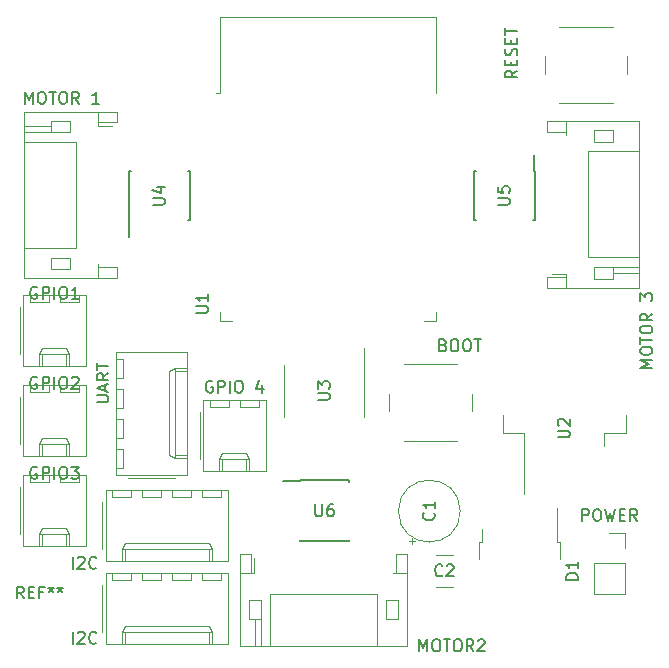
<source format=gbr>
%TF.GenerationSoftware,KiCad,Pcbnew,5.1.9+dfsg1-1*%
%TF.CreationDate,2021-08-08T23:21:56+02:00*%
%TF.ProjectId,holobot_esp32,686f6c6f-626f-4745-9f65-737033322e6b,rev?*%
%TF.SameCoordinates,Original*%
%TF.FileFunction,Legend,Top*%
%TF.FilePolarity,Positive*%
%FSLAX46Y46*%
G04 Gerber Fmt 4.6, Leading zero omitted, Abs format (unit mm)*
G04 Created by KiCad (PCBNEW 5.1.9+dfsg1-1) date 2021-08-08 23:21:56*
%MOMM*%
%LPD*%
G01*
G04 APERTURE LIST*
%ADD10C,0.120000*%
%ADD11C,0.150000*%
G04 APERTURE END LIST*
D10*
%TO.C,D1*%
X127630000Y-115640000D02*
X127630000Y-114540000D01*
X127360000Y-115640000D02*
X127630000Y-115640000D01*
X127360000Y-117140000D02*
X127360000Y-115640000D01*
X133990000Y-115640000D02*
X133990000Y-112810000D01*
X134260000Y-115640000D02*
X133990000Y-115640000D01*
X134260000Y-117140000D02*
X134260000Y-115640000D01*
%TO.C,I2C*%
X95775000Y-118255000D02*
X95775000Y-124275000D01*
X95775000Y-124275000D02*
X106155000Y-124275000D01*
X106155000Y-124275000D02*
X106155000Y-118255000D01*
X106155000Y-118255000D02*
X95775000Y-118255000D01*
X95485000Y-119285000D02*
X95485000Y-123285000D01*
X97155000Y-124275000D02*
X97155000Y-123275000D01*
X97155000Y-123275000D02*
X104775000Y-123275000D01*
X104775000Y-123275000D02*
X104775000Y-124275000D01*
X97155000Y-123275000D02*
X97405000Y-122745000D01*
X97405000Y-122745000D02*
X104525000Y-122745000D01*
X104525000Y-122745000D02*
X104775000Y-123275000D01*
X97405000Y-124275000D02*
X97405000Y-123275000D01*
X104525000Y-124275000D02*
X104525000Y-123275000D01*
X96355000Y-118255000D02*
X96355000Y-118855000D01*
X96355000Y-118855000D02*
X97955000Y-118855000D01*
X97955000Y-118855000D02*
X97955000Y-118255000D01*
X98895000Y-118255000D02*
X98895000Y-118855000D01*
X98895000Y-118855000D02*
X100495000Y-118855000D01*
X100495000Y-118855000D02*
X100495000Y-118255000D01*
X101435000Y-118255000D02*
X101435000Y-118855000D01*
X101435000Y-118855000D02*
X103035000Y-118855000D01*
X103035000Y-118855000D02*
X103035000Y-118255000D01*
X103975000Y-118255000D02*
X103975000Y-118855000D01*
X103975000Y-118855000D02*
X105575000Y-118855000D01*
X105575000Y-118855000D02*
X105575000Y-118255000D01*
X105575000Y-111870000D02*
X105575000Y-111270000D01*
X103975000Y-111870000D02*
X105575000Y-111870000D01*
X103975000Y-111270000D02*
X103975000Y-111870000D01*
X103035000Y-111870000D02*
X103035000Y-111270000D01*
X101435000Y-111870000D02*
X103035000Y-111870000D01*
X101435000Y-111270000D02*
X101435000Y-111870000D01*
X100495000Y-111870000D02*
X100495000Y-111270000D01*
X98895000Y-111870000D02*
X100495000Y-111870000D01*
X98895000Y-111270000D02*
X98895000Y-111870000D01*
X97955000Y-111870000D02*
X97955000Y-111270000D01*
X96355000Y-111870000D02*
X97955000Y-111870000D01*
X96355000Y-111270000D02*
X96355000Y-111870000D01*
X104525000Y-117290000D02*
X104525000Y-116290000D01*
X97405000Y-117290000D02*
X97405000Y-116290000D01*
X104525000Y-115760000D02*
X104775000Y-116290000D01*
X97405000Y-115760000D02*
X104525000Y-115760000D01*
X97155000Y-116290000D02*
X97405000Y-115760000D01*
X104775000Y-116290000D02*
X104775000Y-117290000D01*
X97155000Y-116290000D02*
X104775000Y-116290000D01*
X97155000Y-117290000D02*
X97155000Y-116290000D01*
X95485000Y-112300000D02*
X95485000Y-116300000D01*
X106155000Y-111270000D02*
X95775000Y-111270000D01*
X106155000Y-117290000D02*
X106155000Y-111270000D01*
X95775000Y-117290000D02*
X106155000Y-117290000D01*
X95775000Y-111270000D02*
X95775000Y-117290000D01*
%TO.C,UART*%
X97265000Y-100165000D02*
X96665000Y-100165000D01*
X97265000Y-101765000D02*
X97265000Y-100165000D01*
X96665000Y-101765000D02*
X97265000Y-101765000D01*
X97265000Y-102705000D02*
X96665000Y-102705000D01*
X97265000Y-104305000D02*
X97265000Y-102705000D01*
X96665000Y-104305000D02*
X97265000Y-104305000D01*
X97265000Y-105245000D02*
X96665000Y-105245000D01*
X97265000Y-106845000D02*
X97265000Y-105245000D01*
X96665000Y-106845000D02*
X97265000Y-106845000D01*
X97265000Y-107785000D02*
X96665000Y-107785000D01*
X97265000Y-109385000D02*
X97265000Y-107785000D01*
X96665000Y-109385000D02*
X97265000Y-109385000D01*
X102685000Y-101215000D02*
X101685000Y-101215000D01*
X102685000Y-108335000D02*
X101685000Y-108335000D01*
X101155000Y-101215000D02*
X101685000Y-100965000D01*
X101155000Y-108335000D02*
X101155000Y-101215000D01*
X101685000Y-108585000D02*
X101155000Y-108335000D01*
X101685000Y-100965000D02*
X102685000Y-100965000D01*
X101685000Y-108585000D02*
X101685000Y-100965000D01*
X102685000Y-108585000D02*
X101685000Y-108585000D01*
X97695000Y-110255000D02*
X101695000Y-110255000D01*
X96665000Y-99585000D02*
X96665000Y-109965000D01*
X102685000Y-99585000D02*
X96665000Y-99585000D01*
X102685000Y-109965000D02*
X102685000Y-99585000D01*
X96665000Y-109965000D02*
X102685000Y-109965000D01*
%TO.C,GPIO1*%
X88790000Y-94760000D02*
X88790000Y-100780000D01*
X88790000Y-100780000D02*
X94090000Y-100780000D01*
X94090000Y-100780000D02*
X94090000Y-94760000D01*
X94090000Y-94760000D02*
X88790000Y-94760000D01*
X88500000Y-95790000D02*
X88500000Y-99790000D01*
X90170000Y-100780000D02*
X90170000Y-99780000D01*
X90170000Y-99780000D02*
X92710000Y-99780000D01*
X92710000Y-99780000D02*
X92710000Y-100780000D01*
X90170000Y-99780000D02*
X90420000Y-99250000D01*
X90420000Y-99250000D02*
X92460000Y-99250000D01*
X92460000Y-99250000D02*
X92710000Y-99780000D01*
X90420000Y-100780000D02*
X90420000Y-99780000D01*
X92460000Y-100780000D02*
X92460000Y-99780000D01*
X89370000Y-94760000D02*
X89370000Y-95360000D01*
X89370000Y-95360000D02*
X90970000Y-95360000D01*
X90970000Y-95360000D02*
X90970000Y-94760000D01*
X91910000Y-94760000D02*
X91910000Y-95360000D01*
X91910000Y-95360000D02*
X93510000Y-95360000D01*
X93510000Y-95360000D02*
X93510000Y-94760000D01*
%TO.C,GPIO3*%
X88790000Y-110000000D02*
X88790000Y-116020000D01*
X88790000Y-116020000D02*
X94090000Y-116020000D01*
X94090000Y-116020000D02*
X94090000Y-110000000D01*
X94090000Y-110000000D02*
X88790000Y-110000000D01*
X88500000Y-111030000D02*
X88500000Y-115030000D01*
X90170000Y-116020000D02*
X90170000Y-115020000D01*
X90170000Y-115020000D02*
X92710000Y-115020000D01*
X92710000Y-115020000D02*
X92710000Y-116020000D01*
X90170000Y-115020000D02*
X90420000Y-114490000D01*
X90420000Y-114490000D02*
X92460000Y-114490000D01*
X92460000Y-114490000D02*
X92710000Y-115020000D01*
X90420000Y-116020000D02*
X90420000Y-115020000D01*
X92460000Y-116020000D02*
X92460000Y-115020000D01*
X89370000Y-110000000D02*
X89370000Y-110600000D01*
X89370000Y-110600000D02*
X90970000Y-110600000D01*
X90970000Y-110600000D02*
X90970000Y-110000000D01*
X91910000Y-110000000D02*
X91910000Y-110600000D01*
X91910000Y-110600000D02*
X93510000Y-110600000D01*
X93510000Y-110600000D02*
X93510000Y-110000000D01*
%TO.C,POWER*%
X138430000Y-114875000D02*
X139760000Y-114875000D01*
X139760000Y-114875000D02*
X139760000Y-116205000D01*
X139760000Y-117475000D02*
X139760000Y-120075000D01*
X137100000Y-120075000D02*
X139760000Y-120075000D01*
X137100000Y-117475000D02*
X137100000Y-120075000D01*
X137100000Y-117475000D02*
X139760000Y-117475000D01*
%TO.C,GPIO2*%
X93510000Y-102980000D02*
X93510000Y-102380000D01*
X91910000Y-102980000D02*
X93510000Y-102980000D01*
X91910000Y-102380000D02*
X91910000Y-102980000D01*
X90970000Y-102980000D02*
X90970000Y-102380000D01*
X89370000Y-102980000D02*
X90970000Y-102980000D01*
X89370000Y-102380000D02*
X89370000Y-102980000D01*
X92460000Y-108400000D02*
X92460000Y-107400000D01*
X90420000Y-108400000D02*
X90420000Y-107400000D01*
X92460000Y-106870000D02*
X92710000Y-107400000D01*
X90420000Y-106870000D02*
X92460000Y-106870000D01*
X90170000Y-107400000D02*
X90420000Y-106870000D01*
X92710000Y-107400000D02*
X92710000Y-108400000D01*
X90170000Y-107400000D02*
X92710000Y-107400000D01*
X90170000Y-108400000D02*
X90170000Y-107400000D01*
X88500000Y-103410000D02*
X88500000Y-107410000D01*
X94090000Y-102380000D02*
X88790000Y-102380000D01*
X94090000Y-108400000D02*
X94090000Y-102380000D01*
X88790000Y-108400000D02*
X94090000Y-108400000D01*
X88790000Y-102380000D02*
X88790000Y-108400000D01*
%TO.C,GPIO 4*%
X108750000Y-104250000D02*
X108750000Y-103650000D01*
X107150000Y-104250000D02*
X108750000Y-104250000D01*
X107150000Y-103650000D02*
X107150000Y-104250000D01*
X106210000Y-104250000D02*
X106210000Y-103650000D01*
X104610000Y-104250000D02*
X106210000Y-104250000D01*
X104610000Y-103650000D02*
X104610000Y-104250000D01*
X107700000Y-109670000D02*
X107700000Y-108670000D01*
X105660000Y-109670000D02*
X105660000Y-108670000D01*
X107700000Y-108140000D02*
X107950000Y-108670000D01*
X105660000Y-108140000D02*
X107700000Y-108140000D01*
X105410000Y-108670000D02*
X105660000Y-108140000D01*
X107950000Y-108670000D02*
X107950000Y-109670000D01*
X105410000Y-108670000D02*
X107950000Y-108670000D01*
X105410000Y-109670000D02*
X105410000Y-108670000D01*
X103740000Y-104680000D02*
X103740000Y-108680000D01*
X109330000Y-103650000D02*
X104030000Y-103650000D01*
X109330000Y-109670000D02*
X109330000Y-103650000D01*
X104030000Y-109670000D02*
X109330000Y-109670000D01*
X104030000Y-103650000D02*
X104030000Y-109670000D01*
%TO.C,MOTOR 1*%
X95110000Y-80420000D02*
X96325000Y-80420000D01*
X91150000Y-80480000D02*
X88890000Y-80480000D01*
X91150000Y-80980000D02*
X88890000Y-80980000D01*
X92750000Y-91580000D02*
X92750000Y-92580000D01*
X91150000Y-91580000D02*
X92750000Y-91580000D01*
X91150000Y-92580000D02*
X91150000Y-91580000D01*
X92750000Y-92580000D02*
X91150000Y-92580000D01*
X92750000Y-80980000D02*
X92750000Y-79980000D01*
X91150000Y-80980000D02*
X92750000Y-80980000D01*
X91150000Y-79980000D02*
X91150000Y-80980000D01*
X92750000Y-79980000D02*
X91150000Y-79980000D01*
X95110000Y-93340000D02*
X95110000Y-92420000D01*
X95110000Y-79220000D02*
X95110000Y-80140000D01*
X93250000Y-90780000D02*
X88890000Y-90780000D01*
X93250000Y-81780000D02*
X93250000Y-90780000D01*
X88890000Y-81780000D02*
X93250000Y-81780000D01*
X95110000Y-92420000D02*
X95110000Y-92140000D01*
X96710000Y-92420000D02*
X95110000Y-92420000D01*
X96710000Y-93340000D02*
X96710000Y-92420000D01*
X88890000Y-93340000D02*
X96710000Y-93340000D01*
X88890000Y-79220000D02*
X88890000Y-93340000D01*
X96710000Y-79220000D02*
X88890000Y-79220000D01*
X96710000Y-80140000D02*
X96710000Y-79220000D01*
X95110000Y-80140000D02*
X96710000Y-80140000D01*
X95110000Y-80420000D02*
X95110000Y-80140000D01*
%TO.C,MOTOR 3*%
X134760000Y-92935000D02*
X134760000Y-93215000D01*
X134760000Y-93215000D02*
X133160000Y-93215000D01*
X133160000Y-93215000D02*
X133160000Y-94135000D01*
X133160000Y-94135000D02*
X140980000Y-94135000D01*
X140980000Y-94135000D02*
X140980000Y-80015000D01*
X140980000Y-80015000D02*
X133160000Y-80015000D01*
X133160000Y-80015000D02*
X133160000Y-80935000D01*
X133160000Y-80935000D02*
X134760000Y-80935000D01*
X134760000Y-80935000D02*
X134760000Y-81215000D01*
X140980000Y-91575000D02*
X136620000Y-91575000D01*
X136620000Y-91575000D02*
X136620000Y-82575000D01*
X136620000Y-82575000D02*
X140980000Y-82575000D01*
X134760000Y-94135000D02*
X134760000Y-93215000D01*
X134760000Y-80015000D02*
X134760000Y-80935000D01*
X137120000Y-93375000D02*
X138720000Y-93375000D01*
X138720000Y-93375000D02*
X138720000Y-92375000D01*
X138720000Y-92375000D02*
X137120000Y-92375000D01*
X137120000Y-92375000D02*
X137120000Y-93375000D01*
X137120000Y-80775000D02*
X138720000Y-80775000D01*
X138720000Y-80775000D02*
X138720000Y-81775000D01*
X138720000Y-81775000D02*
X137120000Y-81775000D01*
X137120000Y-81775000D02*
X137120000Y-80775000D01*
X138720000Y-92375000D02*
X140980000Y-92375000D01*
X138720000Y-92875000D02*
X140980000Y-92875000D01*
X134760000Y-92935000D02*
X133545000Y-92935000D01*
%TO.C,MOTOR2*%
X108360000Y-118250000D02*
X108360000Y-117035000D01*
X108420000Y-122210000D02*
X108420000Y-124470000D01*
X108920000Y-122210000D02*
X108920000Y-124470000D01*
X119520000Y-120610000D02*
X120520000Y-120610000D01*
X119520000Y-122210000D02*
X119520000Y-120610000D01*
X120520000Y-122210000D02*
X119520000Y-122210000D01*
X120520000Y-120610000D02*
X120520000Y-122210000D01*
X108920000Y-120610000D02*
X107920000Y-120610000D01*
X108920000Y-122210000D02*
X108920000Y-120610000D01*
X107920000Y-122210000D02*
X108920000Y-122210000D01*
X107920000Y-120610000D02*
X107920000Y-122210000D01*
X121280000Y-118250000D02*
X120360000Y-118250000D01*
X107160000Y-118250000D02*
X108080000Y-118250000D01*
X118720000Y-120110000D02*
X118720000Y-124470000D01*
X109720000Y-120110000D02*
X118720000Y-120110000D01*
X109720000Y-124470000D02*
X109720000Y-120110000D01*
X120360000Y-118250000D02*
X120080000Y-118250000D01*
X120360000Y-116650000D02*
X120360000Y-118250000D01*
X121280000Y-116650000D02*
X120360000Y-116650000D01*
X121280000Y-124470000D02*
X121280000Y-116650000D01*
X107160000Y-124470000D02*
X121280000Y-124470000D01*
X107160000Y-116650000D02*
X107160000Y-124470000D01*
X108080000Y-116650000D02*
X107160000Y-116650000D01*
X108080000Y-118250000D02*
X108080000Y-116650000D01*
X108360000Y-118250000D02*
X108080000Y-118250000D01*
%TO.C,RESET*%
X134200000Y-78525000D02*
X138700000Y-78525000D01*
X132950000Y-74525000D02*
X132950000Y-76025000D01*
X138700000Y-72025000D02*
X134200000Y-72025000D01*
X139950000Y-76025000D02*
X139950000Y-74525000D01*
%TO.C,BOOT*%
X126765000Y-104600000D02*
X126765000Y-103100000D01*
X125515000Y-100600000D02*
X121015000Y-100600000D01*
X119765000Y-103100000D02*
X119765000Y-104600000D01*
X121015000Y-107100000D02*
X125515000Y-107100000D01*
%TO.C,U1*%
X105485001Y-77620001D02*
X105105001Y-77620001D01*
X105485001Y-71200001D02*
X105485001Y-77620001D01*
X123725001Y-71200001D02*
X123725001Y-77620001D01*
X105485001Y-71200001D02*
X123725001Y-71200001D01*
X123725001Y-96945001D02*
X122725001Y-96945001D01*
X123725001Y-96165001D02*
X123725001Y-96945001D01*
X105485001Y-96945001D02*
X106485001Y-96945001D01*
X105485001Y-96165001D02*
X105485001Y-96945001D01*
%TO.C,U2*%
X138010000Y-106455000D02*
X138010000Y-107555000D01*
X139820000Y-106455000D02*
X138010000Y-106455000D01*
X139820000Y-104955000D02*
X139820000Y-106455000D01*
X131230000Y-106455000D02*
X131230000Y-111580000D01*
X129420000Y-106455000D02*
X131230000Y-106455000D01*
X129420000Y-104955000D02*
X129420000Y-106455000D01*
%TO.C,U3*%
X117685000Y-102870000D02*
X117685000Y-99270000D01*
X117685000Y-102870000D02*
X117685000Y-105070000D01*
X110915000Y-102870000D02*
X110915000Y-100670000D01*
X110915000Y-102870000D02*
X110915000Y-105070000D01*
D11*
%TO.C,U4*%
X97805000Y-88435000D02*
X97805000Y-89835000D01*
X102905000Y-88435000D02*
X102905000Y-84285000D01*
X97755000Y-88435000D02*
X97755000Y-84285000D01*
X102905000Y-88435000D02*
X102760000Y-88435000D01*
X102905000Y-84285000D02*
X102760000Y-84285000D01*
X97755000Y-84285000D02*
X97900000Y-84285000D01*
X97755000Y-88435000D02*
X97805000Y-88435000D01*
%TO.C,U5*%
X132115000Y-84285000D02*
X132065000Y-84285000D01*
X132115000Y-88435000D02*
X131970000Y-88435000D01*
X126965000Y-88435000D02*
X127110000Y-88435000D01*
X126965000Y-84285000D02*
X127110000Y-84285000D01*
X132115000Y-84285000D02*
X132115000Y-88435000D01*
X126965000Y-84285000D02*
X126965000Y-88435000D01*
X132065000Y-84285000D02*
X132065000Y-82885000D01*
%TO.C,U6*%
X112225000Y-110505000D02*
X110825000Y-110505000D01*
X112225000Y-115605000D02*
X116375000Y-115605000D01*
X112225000Y-110455000D02*
X116375000Y-110455000D01*
X112225000Y-115605000D02*
X112225000Y-115460000D01*
X116375000Y-115605000D02*
X116375000Y-115460000D01*
X116375000Y-110455000D02*
X116375000Y-110600000D01*
X112225000Y-110455000D02*
X112225000Y-110505000D01*
D10*
%TO.C,C1*%
X121465000Y-115604775D02*
X121965000Y-115604775D01*
X121715000Y-115854775D02*
X121715000Y-115354775D01*
X125810000Y-113050000D02*
G75*
G03*
X125810000Y-113050000I-2620000J0D01*
G01*
%TO.C,C2*%
X125171252Y-116750000D02*
X123748748Y-116750000D01*
X125171252Y-119470000D02*
X123748748Y-119470000D01*
%TO.C, *%
D11*
%TO.C,REF\u002A\u002A*%
X88836666Y-120442380D02*
X88503333Y-119966190D01*
X88265238Y-120442380D02*
X88265238Y-119442380D01*
X88646190Y-119442380D01*
X88741428Y-119490000D01*
X88789047Y-119537619D01*
X88836666Y-119632857D01*
X88836666Y-119775714D01*
X88789047Y-119870952D01*
X88741428Y-119918571D01*
X88646190Y-119966190D01*
X88265238Y-119966190D01*
X89265238Y-119918571D02*
X89598571Y-119918571D01*
X89741428Y-120442380D02*
X89265238Y-120442380D01*
X89265238Y-119442380D01*
X89741428Y-119442380D01*
X90503333Y-119918571D02*
X90170000Y-119918571D01*
X90170000Y-120442380D02*
X90170000Y-119442380D01*
X90646190Y-119442380D01*
X91170000Y-119442380D02*
X91170000Y-119680476D01*
X90931904Y-119585238D02*
X91170000Y-119680476D01*
X91408095Y-119585238D01*
X91027142Y-119870952D02*
X91170000Y-119680476D01*
X91312857Y-119870952D01*
X91931904Y-119442380D02*
X91931904Y-119680476D01*
X91693809Y-119585238D02*
X91931904Y-119680476D01*
X92170000Y-119585238D01*
X91789047Y-119870952D02*
X91931904Y-119680476D01*
X92074761Y-119870952D01*
%TO.C, *%
%TO.C,D1*%
X135762380Y-118848095D02*
X134762380Y-118848095D01*
X134762380Y-118610000D01*
X134810000Y-118467142D01*
X134905238Y-118371904D01*
X135000476Y-118324285D01*
X135190952Y-118276666D01*
X135333809Y-118276666D01*
X135524285Y-118324285D01*
X135619523Y-118371904D01*
X135714761Y-118467142D01*
X135762380Y-118610000D01*
X135762380Y-118848095D01*
X135762380Y-117324285D02*
X135762380Y-117895714D01*
X135762380Y-117610000D02*
X134762380Y-117610000D01*
X134905238Y-117705238D01*
X135000476Y-117800476D01*
X135048095Y-117895714D01*
%TO.C,I2C*%
X93003809Y-124277380D02*
X93003809Y-123277380D01*
X93432380Y-123372619D02*
X93480000Y-123325000D01*
X93575238Y-123277380D01*
X93813333Y-123277380D01*
X93908571Y-123325000D01*
X93956190Y-123372619D01*
X94003809Y-123467857D01*
X94003809Y-123563095D01*
X93956190Y-123705952D01*
X93384761Y-124277380D01*
X94003809Y-124277380D01*
X95003809Y-124182142D02*
X94956190Y-124229761D01*
X94813333Y-124277380D01*
X94718095Y-124277380D01*
X94575238Y-124229761D01*
X94480000Y-124134523D01*
X94432380Y-124039285D01*
X94384761Y-123848809D01*
X94384761Y-123705952D01*
X94432380Y-123515476D01*
X94480000Y-123420238D01*
X94575238Y-123325000D01*
X94718095Y-123277380D01*
X94813333Y-123277380D01*
X94956190Y-123325000D01*
X95003809Y-123372619D01*
X93003809Y-117927380D02*
X93003809Y-116927380D01*
X93432380Y-117022619D02*
X93480000Y-116975000D01*
X93575238Y-116927380D01*
X93813333Y-116927380D01*
X93908571Y-116975000D01*
X93956190Y-117022619D01*
X94003809Y-117117857D01*
X94003809Y-117213095D01*
X93956190Y-117355952D01*
X93384761Y-117927380D01*
X94003809Y-117927380D01*
X95003809Y-117832142D02*
X94956190Y-117879761D01*
X94813333Y-117927380D01*
X94718095Y-117927380D01*
X94575238Y-117879761D01*
X94480000Y-117784523D01*
X94432380Y-117689285D01*
X94384761Y-117498809D01*
X94384761Y-117355952D01*
X94432380Y-117165476D01*
X94480000Y-117070238D01*
X94575238Y-116975000D01*
X94718095Y-116927380D01*
X94813333Y-116927380D01*
X94956190Y-116975000D01*
X95003809Y-117022619D01*
%TO.C,UART*%
X95027380Y-103830238D02*
X95836904Y-103830238D01*
X95932142Y-103782619D01*
X95979761Y-103735000D01*
X96027380Y-103639761D01*
X96027380Y-103449285D01*
X95979761Y-103354047D01*
X95932142Y-103306428D01*
X95836904Y-103258809D01*
X95027380Y-103258809D01*
X95741666Y-102830238D02*
X95741666Y-102354047D01*
X96027380Y-102925476D02*
X95027380Y-102592142D01*
X96027380Y-102258809D01*
X96027380Y-101354047D02*
X95551190Y-101687380D01*
X96027380Y-101925476D02*
X95027380Y-101925476D01*
X95027380Y-101544523D01*
X95075000Y-101449285D01*
X95122619Y-101401666D01*
X95217857Y-101354047D01*
X95360714Y-101354047D01*
X95455952Y-101401666D01*
X95503571Y-101449285D01*
X95551190Y-101544523D01*
X95551190Y-101925476D01*
X95027380Y-101068333D02*
X95027380Y-100496904D01*
X96027380Y-100782619D02*
X95027380Y-100782619D01*
%TO.C,GPIO1*%
X89963809Y-94115000D02*
X89868571Y-94067380D01*
X89725714Y-94067380D01*
X89582857Y-94115000D01*
X89487619Y-94210238D01*
X89440000Y-94305476D01*
X89392380Y-94495952D01*
X89392380Y-94638809D01*
X89440000Y-94829285D01*
X89487619Y-94924523D01*
X89582857Y-95019761D01*
X89725714Y-95067380D01*
X89820952Y-95067380D01*
X89963809Y-95019761D01*
X90011428Y-94972142D01*
X90011428Y-94638809D01*
X89820952Y-94638809D01*
X90440000Y-95067380D02*
X90440000Y-94067380D01*
X90820952Y-94067380D01*
X90916190Y-94115000D01*
X90963809Y-94162619D01*
X91011428Y-94257857D01*
X91011428Y-94400714D01*
X90963809Y-94495952D01*
X90916190Y-94543571D01*
X90820952Y-94591190D01*
X90440000Y-94591190D01*
X91440000Y-95067380D02*
X91440000Y-94067380D01*
X92106666Y-94067380D02*
X92297142Y-94067380D01*
X92392380Y-94115000D01*
X92487619Y-94210238D01*
X92535238Y-94400714D01*
X92535238Y-94734047D01*
X92487619Y-94924523D01*
X92392380Y-95019761D01*
X92297142Y-95067380D01*
X92106666Y-95067380D01*
X92011428Y-95019761D01*
X91916190Y-94924523D01*
X91868571Y-94734047D01*
X91868571Y-94400714D01*
X91916190Y-94210238D01*
X92011428Y-94115000D01*
X92106666Y-94067380D01*
X93487619Y-95067380D02*
X92916190Y-95067380D01*
X93201904Y-95067380D02*
X93201904Y-94067380D01*
X93106666Y-94210238D01*
X93011428Y-94305476D01*
X92916190Y-94353095D01*
%TO.C,GPIO3*%
X89963809Y-109355000D02*
X89868571Y-109307380D01*
X89725714Y-109307380D01*
X89582857Y-109355000D01*
X89487619Y-109450238D01*
X89440000Y-109545476D01*
X89392380Y-109735952D01*
X89392380Y-109878809D01*
X89440000Y-110069285D01*
X89487619Y-110164523D01*
X89582857Y-110259761D01*
X89725714Y-110307380D01*
X89820952Y-110307380D01*
X89963809Y-110259761D01*
X90011428Y-110212142D01*
X90011428Y-109878809D01*
X89820952Y-109878809D01*
X90440000Y-110307380D02*
X90440000Y-109307380D01*
X90820952Y-109307380D01*
X90916190Y-109355000D01*
X90963809Y-109402619D01*
X91011428Y-109497857D01*
X91011428Y-109640714D01*
X90963809Y-109735952D01*
X90916190Y-109783571D01*
X90820952Y-109831190D01*
X90440000Y-109831190D01*
X91440000Y-110307380D02*
X91440000Y-109307380D01*
X92106666Y-109307380D02*
X92297142Y-109307380D01*
X92392380Y-109355000D01*
X92487619Y-109450238D01*
X92535238Y-109640714D01*
X92535238Y-109974047D01*
X92487619Y-110164523D01*
X92392380Y-110259761D01*
X92297142Y-110307380D01*
X92106666Y-110307380D01*
X92011428Y-110259761D01*
X91916190Y-110164523D01*
X91868571Y-109974047D01*
X91868571Y-109640714D01*
X91916190Y-109450238D01*
X92011428Y-109355000D01*
X92106666Y-109307380D01*
X92868571Y-109307380D02*
X93487619Y-109307380D01*
X93154285Y-109688333D01*
X93297142Y-109688333D01*
X93392380Y-109735952D01*
X93440000Y-109783571D01*
X93487619Y-109878809D01*
X93487619Y-110116904D01*
X93440000Y-110212142D01*
X93392380Y-110259761D01*
X93297142Y-110307380D01*
X93011428Y-110307380D01*
X92916190Y-110259761D01*
X92868571Y-110212142D01*
%TO.C,POWER*%
X136120476Y-113887380D02*
X136120476Y-112887380D01*
X136501428Y-112887380D01*
X136596666Y-112935000D01*
X136644285Y-112982619D01*
X136691904Y-113077857D01*
X136691904Y-113220714D01*
X136644285Y-113315952D01*
X136596666Y-113363571D01*
X136501428Y-113411190D01*
X136120476Y-113411190D01*
X137310952Y-112887380D02*
X137501428Y-112887380D01*
X137596666Y-112935000D01*
X137691904Y-113030238D01*
X137739523Y-113220714D01*
X137739523Y-113554047D01*
X137691904Y-113744523D01*
X137596666Y-113839761D01*
X137501428Y-113887380D01*
X137310952Y-113887380D01*
X137215714Y-113839761D01*
X137120476Y-113744523D01*
X137072857Y-113554047D01*
X137072857Y-113220714D01*
X137120476Y-113030238D01*
X137215714Y-112935000D01*
X137310952Y-112887380D01*
X138072857Y-112887380D02*
X138310952Y-113887380D01*
X138501428Y-113173095D01*
X138691904Y-113887380D01*
X138930000Y-112887380D01*
X139310952Y-113363571D02*
X139644285Y-113363571D01*
X139787142Y-113887380D02*
X139310952Y-113887380D01*
X139310952Y-112887380D01*
X139787142Y-112887380D01*
X140787142Y-113887380D02*
X140453809Y-113411190D01*
X140215714Y-113887380D02*
X140215714Y-112887380D01*
X140596666Y-112887380D01*
X140691904Y-112935000D01*
X140739523Y-112982619D01*
X140787142Y-113077857D01*
X140787142Y-113220714D01*
X140739523Y-113315952D01*
X140691904Y-113363571D01*
X140596666Y-113411190D01*
X140215714Y-113411190D01*
%TO.C,GPIO2*%
X89963809Y-101735000D02*
X89868571Y-101687380D01*
X89725714Y-101687380D01*
X89582857Y-101735000D01*
X89487619Y-101830238D01*
X89440000Y-101925476D01*
X89392380Y-102115952D01*
X89392380Y-102258809D01*
X89440000Y-102449285D01*
X89487619Y-102544523D01*
X89582857Y-102639761D01*
X89725714Y-102687380D01*
X89820952Y-102687380D01*
X89963809Y-102639761D01*
X90011428Y-102592142D01*
X90011428Y-102258809D01*
X89820952Y-102258809D01*
X90440000Y-102687380D02*
X90440000Y-101687380D01*
X90820952Y-101687380D01*
X90916190Y-101735000D01*
X90963809Y-101782619D01*
X91011428Y-101877857D01*
X91011428Y-102020714D01*
X90963809Y-102115952D01*
X90916190Y-102163571D01*
X90820952Y-102211190D01*
X90440000Y-102211190D01*
X91440000Y-102687380D02*
X91440000Y-101687380D01*
X92106666Y-101687380D02*
X92297142Y-101687380D01*
X92392380Y-101735000D01*
X92487619Y-101830238D01*
X92535238Y-102020714D01*
X92535238Y-102354047D01*
X92487619Y-102544523D01*
X92392380Y-102639761D01*
X92297142Y-102687380D01*
X92106666Y-102687380D01*
X92011428Y-102639761D01*
X91916190Y-102544523D01*
X91868571Y-102354047D01*
X91868571Y-102020714D01*
X91916190Y-101830238D01*
X92011428Y-101735000D01*
X92106666Y-101687380D01*
X92916190Y-101782619D02*
X92963809Y-101735000D01*
X93059047Y-101687380D01*
X93297142Y-101687380D01*
X93392380Y-101735000D01*
X93440000Y-101782619D01*
X93487619Y-101877857D01*
X93487619Y-101973095D01*
X93440000Y-102115952D01*
X92868571Y-102687380D01*
X93487619Y-102687380D01*
%TO.C,GPIO 4*%
X104822857Y-102060000D02*
X104727619Y-102012380D01*
X104584761Y-102012380D01*
X104441904Y-102060000D01*
X104346666Y-102155238D01*
X104299047Y-102250476D01*
X104251428Y-102440952D01*
X104251428Y-102583809D01*
X104299047Y-102774285D01*
X104346666Y-102869523D01*
X104441904Y-102964761D01*
X104584761Y-103012380D01*
X104680000Y-103012380D01*
X104822857Y-102964761D01*
X104870476Y-102917142D01*
X104870476Y-102583809D01*
X104680000Y-102583809D01*
X105299047Y-103012380D02*
X105299047Y-102012380D01*
X105680000Y-102012380D01*
X105775238Y-102060000D01*
X105822857Y-102107619D01*
X105870476Y-102202857D01*
X105870476Y-102345714D01*
X105822857Y-102440952D01*
X105775238Y-102488571D01*
X105680000Y-102536190D01*
X105299047Y-102536190D01*
X106299047Y-103012380D02*
X106299047Y-102012380D01*
X106965714Y-102012380D02*
X107156190Y-102012380D01*
X107251428Y-102060000D01*
X107346666Y-102155238D01*
X107394285Y-102345714D01*
X107394285Y-102679047D01*
X107346666Y-102869523D01*
X107251428Y-102964761D01*
X107156190Y-103012380D01*
X106965714Y-103012380D01*
X106870476Y-102964761D01*
X106775238Y-102869523D01*
X106727619Y-102679047D01*
X106727619Y-102345714D01*
X106775238Y-102155238D01*
X106870476Y-102060000D01*
X106965714Y-102012380D01*
X109013333Y-102345714D02*
X109013333Y-103012380D01*
X108775238Y-101964761D02*
X108537142Y-102679047D01*
X109156190Y-102679047D01*
%TO.C,MOTOR 1*%
X88955952Y-78557380D02*
X88955952Y-77557380D01*
X89289285Y-78271666D01*
X89622619Y-77557380D01*
X89622619Y-78557380D01*
X90289285Y-77557380D02*
X90479761Y-77557380D01*
X90575000Y-77605000D01*
X90670238Y-77700238D01*
X90717857Y-77890714D01*
X90717857Y-78224047D01*
X90670238Y-78414523D01*
X90575000Y-78509761D01*
X90479761Y-78557380D01*
X90289285Y-78557380D01*
X90194047Y-78509761D01*
X90098809Y-78414523D01*
X90051190Y-78224047D01*
X90051190Y-77890714D01*
X90098809Y-77700238D01*
X90194047Y-77605000D01*
X90289285Y-77557380D01*
X91003571Y-77557380D02*
X91575000Y-77557380D01*
X91289285Y-78557380D02*
X91289285Y-77557380D01*
X92098809Y-77557380D02*
X92289285Y-77557380D01*
X92384523Y-77605000D01*
X92479761Y-77700238D01*
X92527380Y-77890714D01*
X92527380Y-78224047D01*
X92479761Y-78414523D01*
X92384523Y-78509761D01*
X92289285Y-78557380D01*
X92098809Y-78557380D01*
X92003571Y-78509761D01*
X91908333Y-78414523D01*
X91860714Y-78224047D01*
X91860714Y-77890714D01*
X91908333Y-77700238D01*
X92003571Y-77605000D01*
X92098809Y-77557380D01*
X93527380Y-78557380D02*
X93194047Y-78081190D01*
X92955952Y-78557380D02*
X92955952Y-77557380D01*
X93336904Y-77557380D01*
X93432142Y-77605000D01*
X93479761Y-77652619D01*
X93527380Y-77747857D01*
X93527380Y-77890714D01*
X93479761Y-77985952D01*
X93432142Y-78033571D01*
X93336904Y-78081190D01*
X92955952Y-78081190D01*
X95241666Y-78557380D02*
X94670238Y-78557380D01*
X94955952Y-78557380D02*
X94955952Y-77557380D01*
X94860714Y-77700238D01*
X94765476Y-77795476D01*
X94670238Y-77843095D01*
%TO.C,MOTOR 3*%
X142057380Y-100909047D02*
X141057380Y-100909047D01*
X141771666Y-100575714D01*
X141057380Y-100242380D01*
X142057380Y-100242380D01*
X141057380Y-99575714D02*
X141057380Y-99385238D01*
X141105000Y-99290000D01*
X141200238Y-99194761D01*
X141390714Y-99147142D01*
X141724047Y-99147142D01*
X141914523Y-99194761D01*
X142009761Y-99290000D01*
X142057380Y-99385238D01*
X142057380Y-99575714D01*
X142009761Y-99670952D01*
X141914523Y-99766190D01*
X141724047Y-99813809D01*
X141390714Y-99813809D01*
X141200238Y-99766190D01*
X141105000Y-99670952D01*
X141057380Y-99575714D01*
X141057380Y-98861428D02*
X141057380Y-98290000D01*
X142057380Y-98575714D02*
X141057380Y-98575714D01*
X141057380Y-97766190D02*
X141057380Y-97575714D01*
X141105000Y-97480476D01*
X141200238Y-97385238D01*
X141390714Y-97337619D01*
X141724047Y-97337619D01*
X141914523Y-97385238D01*
X142009761Y-97480476D01*
X142057380Y-97575714D01*
X142057380Y-97766190D01*
X142009761Y-97861428D01*
X141914523Y-97956666D01*
X141724047Y-98004285D01*
X141390714Y-98004285D01*
X141200238Y-97956666D01*
X141105000Y-97861428D01*
X141057380Y-97766190D01*
X142057380Y-96337619D02*
X141581190Y-96670952D01*
X142057380Y-96909047D02*
X141057380Y-96909047D01*
X141057380Y-96528095D01*
X141105000Y-96432857D01*
X141152619Y-96385238D01*
X141247857Y-96337619D01*
X141390714Y-96337619D01*
X141485952Y-96385238D01*
X141533571Y-96432857D01*
X141581190Y-96528095D01*
X141581190Y-96909047D01*
X141057380Y-95242380D02*
X141057380Y-94623333D01*
X141438333Y-94956666D01*
X141438333Y-94813809D01*
X141485952Y-94718571D01*
X141533571Y-94670952D01*
X141628809Y-94623333D01*
X141866904Y-94623333D01*
X141962142Y-94670952D01*
X142009761Y-94718571D01*
X142057380Y-94813809D01*
X142057380Y-95099523D01*
X142009761Y-95194761D01*
X141962142Y-95242380D01*
%TO.C,MOTOR2*%
X122356904Y-124912380D02*
X122356904Y-123912380D01*
X122690238Y-124626666D01*
X123023571Y-123912380D01*
X123023571Y-124912380D01*
X123690238Y-123912380D02*
X123880714Y-123912380D01*
X123975952Y-123960000D01*
X124071190Y-124055238D01*
X124118809Y-124245714D01*
X124118809Y-124579047D01*
X124071190Y-124769523D01*
X123975952Y-124864761D01*
X123880714Y-124912380D01*
X123690238Y-124912380D01*
X123595000Y-124864761D01*
X123499761Y-124769523D01*
X123452142Y-124579047D01*
X123452142Y-124245714D01*
X123499761Y-124055238D01*
X123595000Y-123960000D01*
X123690238Y-123912380D01*
X124404523Y-123912380D02*
X124975952Y-123912380D01*
X124690238Y-124912380D02*
X124690238Y-123912380D01*
X125499761Y-123912380D02*
X125690238Y-123912380D01*
X125785476Y-123960000D01*
X125880714Y-124055238D01*
X125928333Y-124245714D01*
X125928333Y-124579047D01*
X125880714Y-124769523D01*
X125785476Y-124864761D01*
X125690238Y-124912380D01*
X125499761Y-124912380D01*
X125404523Y-124864761D01*
X125309285Y-124769523D01*
X125261666Y-124579047D01*
X125261666Y-124245714D01*
X125309285Y-124055238D01*
X125404523Y-123960000D01*
X125499761Y-123912380D01*
X126928333Y-124912380D02*
X126595000Y-124436190D01*
X126356904Y-124912380D02*
X126356904Y-123912380D01*
X126737857Y-123912380D01*
X126833095Y-123960000D01*
X126880714Y-124007619D01*
X126928333Y-124102857D01*
X126928333Y-124245714D01*
X126880714Y-124340952D01*
X126833095Y-124388571D01*
X126737857Y-124436190D01*
X126356904Y-124436190D01*
X127309285Y-124007619D02*
X127356904Y-123960000D01*
X127452142Y-123912380D01*
X127690238Y-123912380D01*
X127785476Y-123960000D01*
X127833095Y-124007619D01*
X127880714Y-124102857D01*
X127880714Y-124198095D01*
X127833095Y-124340952D01*
X127261666Y-124912380D01*
X127880714Y-124912380D01*
%TO.C,RESET*%
X130627380Y-75747380D02*
X130151190Y-76080714D01*
X130627380Y-76318809D02*
X129627380Y-76318809D01*
X129627380Y-75937857D01*
X129675000Y-75842619D01*
X129722619Y-75795000D01*
X129817857Y-75747380D01*
X129960714Y-75747380D01*
X130055952Y-75795000D01*
X130103571Y-75842619D01*
X130151190Y-75937857D01*
X130151190Y-76318809D01*
X130103571Y-75318809D02*
X130103571Y-74985476D01*
X130627380Y-74842619D02*
X130627380Y-75318809D01*
X129627380Y-75318809D01*
X129627380Y-74842619D01*
X130579761Y-74461666D02*
X130627380Y-74318809D01*
X130627380Y-74080714D01*
X130579761Y-73985476D01*
X130532142Y-73937857D01*
X130436904Y-73890238D01*
X130341666Y-73890238D01*
X130246428Y-73937857D01*
X130198809Y-73985476D01*
X130151190Y-74080714D01*
X130103571Y-74271190D01*
X130055952Y-74366428D01*
X130008333Y-74414047D01*
X129913095Y-74461666D01*
X129817857Y-74461666D01*
X129722619Y-74414047D01*
X129675000Y-74366428D01*
X129627380Y-74271190D01*
X129627380Y-74033095D01*
X129675000Y-73890238D01*
X130103571Y-73461666D02*
X130103571Y-73128333D01*
X130627380Y-72985476D02*
X130627380Y-73461666D01*
X129627380Y-73461666D01*
X129627380Y-72985476D01*
X129627380Y-72699761D02*
X129627380Y-72128333D01*
X130627380Y-72414047D02*
X129627380Y-72414047D01*
%TO.C,BOOT*%
X124372857Y-98988571D02*
X124515714Y-99036190D01*
X124563333Y-99083809D01*
X124610952Y-99179047D01*
X124610952Y-99321904D01*
X124563333Y-99417142D01*
X124515714Y-99464761D01*
X124420476Y-99512380D01*
X124039523Y-99512380D01*
X124039523Y-98512380D01*
X124372857Y-98512380D01*
X124468095Y-98560000D01*
X124515714Y-98607619D01*
X124563333Y-98702857D01*
X124563333Y-98798095D01*
X124515714Y-98893333D01*
X124468095Y-98940952D01*
X124372857Y-98988571D01*
X124039523Y-98988571D01*
X125230000Y-98512380D02*
X125420476Y-98512380D01*
X125515714Y-98560000D01*
X125610952Y-98655238D01*
X125658571Y-98845714D01*
X125658571Y-99179047D01*
X125610952Y-99369523D01*
X125515714Y-99464761D01*
X125420476Y-99512380D01*
X125230000Y-99512380D01*
X125134761Y-99464761D01*
X125039523Y-99369523D01*
X124991904Y-99179047D01*
X124991904Y-98845714D01*
X125039523Y-98655238D01*
X125134761Y-98560000D01*
X125230000Y-98512380D01*
X126277619Y-98512380D02*
X126468095Y-98512380D01*
X126563333Y-98560000D01*
X126658571Y-98655238D01*
X126706190Y-98845714D01*
X126706190Y-99179047D01*
X126658571Y-99369523D01*
X126563333Y-99464761D01*
X126468095Y-99512380D01*
X126277619Y-99512380D01*
X126182380Y-99464761D01*
X126087142Y-99369523D01*
X126039523Y-99179047D01*
X126039523Y-98845714D01*
X126087142Y-98655238D01*
X126182380Y-98560000D01*
X126277619Y-98512380D01*
X126991904Y-98512380D02*
X127563333Y-98512380D01*
X127277619Y-99512380D02*
X127277619Y-98512380D01*
%TO.C,U1*%
X103447381Y-96256905D02*
X104256905Y-96256905D01*
X104352143Y-96209286D01*
X104399762Y-96161667D01*
X104447381Y-96066429D01*
X104447381Y-95875953D01*
X104399762Y-95780715D01*
X104352143Y-95733096D01*
X104256905Y-95685477D01*
X103447381Y-95685477D01*
X104447381Y-94685477D02*
X104447381Y-95256905D01*
X104447381Y-94971191D02*
X103447381Y-94971191D01*
X103590239Y-95066429D01*
X103685477Y-95161667D01*
X103733096Y-95256905D01*
%TO.C,U2*%
X134072380Y-106806904D02*
X134881904Y-106806904D01*
X134977142Y-106759285D01*
X135024761Y-106711666D01*
X135072380Y-106616428D01*
X135072380Y-106425952D01*
X135024761Y-106330714D01*
X134977142Y-106283095D01*
X134881904Y-106235476D01*
X134072380Y-106235476D01*
X134167619Y-105806904D02*
X134120000Y-105759285D01*
X134072380Y-105664047D01*
X134072380Y-105425952D01*
X134120000Y-105330714D01*
X134167619Y-105283095D01*
X134262857Y-105235476D01*
X134358095Y-105235476D01*
X134500952Y-105283095D01*
X135072380Y-105854523D01*
X135072380Y-105235476D01*
%TO.C,U3*%
X113752380Y-103631904D02*
X114561904Y-103631904D01*
X114657142Y-103584285D01*
X114704761Y-103536666D01*
X114752380Y-103441428D01*
X114752380Y-103250952D01*
X114704761Y-103155714D01*
X114657142Y-103108095D01*
X114561904Y-103060476D01*
X113752380Y-103060476D01*
X113752380Y-102679523D02*
X113752380Y-102060476D01*
X114133333Y-102393809D01*
X114133333Y-102250952D01*
X114180952Y-102155714D01*
X114228571Y-102108095D01*
X114323809Y-102060476D01*
X114561904Y-102060476D01*
X114657142Y-102108095D01*
X114704761Y-102155714D01*
X114752380Y-102250952D01*
X114752380Y-102536666D01*
X114704761Y-102631904D01*
X114657142Y-102679523D01*
%TO.C,U4*%
X99782380Y-87121904D02*
X100591904Y-87121904D01*
X100687142Y-87074285D01*
X100734761Y-87026666D01*
X100782380Y-86931428D01*
X100782380Y-86740952D01*
X100734761Y-86645714D01*
X100687142Y-86598095D01*
X100591904Y-86550476D01*
X99782380Y-86550476D01*
X100115714Y-85645714D02*
X100782380Y-85645714D01*
X99734761Y-85883809D02*
X100449047Y-86121904D01*
X100449047Y-85502857D01*
%TO.C,U5*%
X128992380Y-87121904D02*
X129801904Y-87121904D01*
X129897142Y-87074285D01*
X129944761Y-87026666D01*
X129992380Y-86931428D01*
X129992380Y-86740952D01*
X129944761Y-86645714D01*
X129897142Y-86598095D01*
X129801904Y-86550476D01*
X128992380Y-86550476D01*
X128992380Y-85598095D02*
X128992380Y-86074285D01*
X129468571Y-86121904D01*
X129420952Y-86074285D01*
X129373333Y-85979047D01*
X129373333Y-85740952D01*
X129420952Y-85645714D01*
X129468571Y-85598095D01*
X129563809Y-85550476D01*
X129801904Y-85550476D01*
X129897142Y-85598095D01*
X129944761Y-85645714D01*
X129992380Y-85740952D01*
X129992380Y-85979047D01*
X129944761Y-86074285D01*
X129897142Y-86121904D01*
%TO.C,U6*%
X113538095Y-112482380D02*
X113538095Y-113291904D01*
X113585714Y-113387142D01*
X113633333Y-113434761D01*
X113728571Y-113482380D01*
X113919047Y-113482380D01*
X114014285Y-113434761D01*
X114061904Y-113387142D01*
X114109523Y-113291904D01*
X114109523Y-112482380D01*
X115014285Y-112482380D02*
X114823809Y-112482380D01*
X114728571Y-112530000D01*
X114680952Y-112577619D01*
X114585714Y-112720476D01*
X114538095Y-112910952D01*
X114538095Y-113291904D01*
X114585714Y-113387142D01*
X114633333Y-113434761D01*
X114728571Y-113482380D01*
X114919047Y-113482380D01*
X115014285Y-113434761D01*
X115061904Y-113387142D01*
X115109523Y-113291904D01*
X115109523Y-113053809D01*
X115061904Y-112958571D01*
X115014285Y-112910952D01*
X114919047Y-112863333D01*
X114728571Y-112863333D01*
X114633333Y-112910952D01*
X114585714Y-112958571D01*
X114538095Y-113053809D01*
%TO.C,C1*%
X123547142Y-113196666D02*
X123594761Y-113244285D01*
X123642380Y-113387142D01*
X123642380Y-113482380D01*
X123594761Y-113625238D01*
X123499523Y-113720476D01*
X123404285Y-113768095D01*
X123213809Y-113815714D01*
X123070952Y-113815714D01*
X122880476Y-113768095D01*
X122785238Y-113720476D01*
X122690000Y-113625238D01*
X122642380Y-113482380D01*
X122642380Y-113387142D01*
X122690000Y-113244285D01*
X122737619Y-113196666D01*
X123642380Y-112244285D02*
X123642380Y-112815714D01*
X123642380Y-112530000D02*
X122642380Y-112530000D01*
X122785238Y-112625238D01*
X122880476Y-112720476D01*
X122928095Y-112815714D01*
%TO.C,C2*%
X124293333Y-118467142D02*
X124245714Y-118514761D01*
X124102857Y-118562380D01*
X124007619Y-118562380D01*
X123864761Y-118514761D01*
X123769523Y-118419523D01*
X123721904Y-118324285D01*
X123674285Y-118133809D01*
X123674285Y-117990952D01*
X123721904Y-117800476D01*
X123769523Y-117705238D01*
X123864761Y-117610000D01*
X124007619Y-117562380D01*
X124102857Y-117562380D01*
X124245714Y-117610000D01*
X124293333Y-117657619D01*
X124674285Y-117657619D02*
X124721904Y-117610000D01*
X124817142Y-117562380D01*
X125055238Y-117562380D01*
X125150476Y-117610000D01*
X125198095Y-117657619D01*
X125245714Y-117752857D01*
X125245714Y-117848095D01*
X125198095Y-117990952D01*
X124626666Y-118562380D01*
X125245714Y-118562380D01*
%TD*%
M02*

</source>
